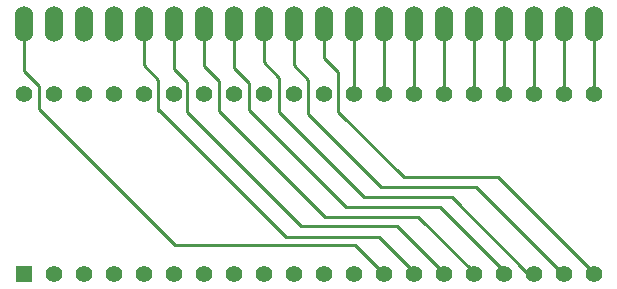
<source format=gtl>
G04 (created by PCBNEW (2013-07-07 BZR 4022)-stable) date 2/28/2015 2:35:59 PM*
%MOIN*%
G04 Gerber Fmt 3.4, Leading zero omitted, Abs format*
%FSLAX34Y34*%
G01*
G70*
G90*
G04 APERTURE LIST*
%ADD10C,0.00590551*%
%ADD11O,0.06X0.12*%
%ADD12R,0.055X0.055*%
%ADD13C,0.055*%
%ADD14C,0.01*%
G04 APERTURE END LIST*
G54D10*
G54D11*
X44834Y-38090D03*
X45834Y-38090D03*
X46834Y-38090D03*
X47834Y-38090D03*
X48834Y-38090D03*
X49834Y-38090D03*
X50834Y-38090D03*
X51834Y-38090D03*
X52834Y-38090D03*
X53834Y-38090D03*
X54834Y-38090D03*
X55834Y-38090D03*
X56834Y-38090D03*
X57834Y-38090D03*
X58834Y-38090D03*
X59834Y-38090D03*
X60834Y-38090D03*
X61834Y-38090D03*
X62834Y-38090D03*
X63834Y-38090D03*
G54D12*
X44834Y-46410D03*
G54D13*
X45834Y-46410D03*
X46834Y-46410D03*
X47834Y-46410D03*
X48834Y-46410D03*
X49834Y-46410D03*
X50834Y-46410D03*
X51834Y-46410D03*
X52834Y-46410D03*
X53834Y-46410D03*
X54834Y-46410D03*
X55834Y-46410D03*
X56834Y-46410D03*
X57834Y-46410D03*
X58834Y-46410D03*
X59834Y-46410D03*
X60834Y-46410D03*
X61834Y-46410D03*
X62834Y-46410D03*
X63834Y-46410D03*
X63834Y-40410D03*
X62834Y-40410D03*
X61834Y-40410D03*
X60834Y-40410D03*
X59834Y-40410D03*
X58834Y-40410D03*
X57834Y-40410D03*
X56834Y-40410D03*
X55834Y-40410D03*
X54834Y-40410D03*
X53834Y-40410D03*
X52834Y-40410D03*
X51834Y-40410D03*
X50834Y-40410D03*
X49834Y-40410D03*
X48834Y-40410D03*
X47834Y-40410D03*
X46834Y-40410D03*
X45834Y-40410D03*
X44834Y-40410D03*
G54D14*
X56834Y-38090D02*
X56834Y-40410D01*
X62834Y-38090D02*
X62834Y-40410D01*
X61834Y-38090D02*
X61834Y-40410D01*
X60834Y-38090D02*
X60834Y-40410D01*
X59834Y-38090D02*
X59834Y-40410D01*
X58834Y-38090D02*
X58834Y-40410D01*
X57834Y-38090D02*
X57834Y-40410D01*
X63834Y-38090D02*
X63834Y-40410D01*
X55834Y-38090D02*
X55834Y-40410D01*
X63834Y-46410D02*
X63834Y-46389D01*
X54834Y-39204D02*
X55322Y-39692D01*
X55322Y-39692D02*
X55322Y-41012D01*
X54834Y-39204D02*
X54834Y-38090D01*
X57495Y-43185D02*
X55322Y-41012D01*
X60630Y-43185D02*
X57495Y-43185D01*
X63834Y-46389D02*
X60630Y-43185D01*
X62834Y-46410D02*
X62820Y-46410D01*
X53834Y-39458D02*
X54310Y-39934D01*
X54310Y-39934D02*
X54310Y-41078D01*
X53834Y-39458D02*
X53834Y-38090D01*
X56747Y-43515D02*
X54310Y-41078D01*
X59925Y-43515D02*
X56747Y-43515D01*
X62820Y-46410D02*
X59925Y-43515D01*
X57834Y-46410D02*
X57834Y-46340D01*
X53562Y-45170D02*
X49316Y-40924D01*
X56664Y-45170D02*
X53562Y-45170D01*
X57834Y-46340D02*
X56664Y-45170D01*
X48834Y-38090D02*
X48834Y-39452D01*
X49316Y-39934D02*
X49316Y-40924D01*
X49316Y-40924D02*
X49316Y-40968D01*
X48834Y-39452D02*
X49316Y-39934D01*
X60834Y-46410D02*
X60834Y-46329D01*
X51834Y-39548D02*
X52330Y-40044D01*
X52330Y-40044D02*
X52330Y-40946D01*
X51834Y-39548D02*
X51834Y-38090D01*
X55574Y-44190D02*
X52330Y-40946D01*
X58695Y-44190D02*
X55574Y-44190D01*
X60834Y-46329D02*
X58695Y-44190D01*
X59834Y-46410D02*
X59834Y-46364D01*
X50834Y-39472D02*
X51340Y-39978D01*
X51340Y-39978D02*
X51340Y-40968D01*
X50834Y-39472D02*
X50834Y-38090D01*
X54877Y-44505D02*
X51340Y-40968D01*
X57975Y-44505D02*
X54877Y-44505D01*
X59834Y-46364D02*
X57975Y-44505D01*
X58834Y-46410D02*
X58834Y-46372D01*
X49834Y-39572D02*
X50284Y-40022D01*
X50284Y-40022D02*
X50284Y-41012D01*
X49834Y-39572D02*
X49834Y-38090D01*
X54090Y-44818D02*
X50284Y-41012D01*
X57280Y-44818D02*
X54090Y-44818D01*
X58834Y-46372D02*
X57280Y-44818D01*
X61834Y-46410D02*
X61650Y-46410D01*
X52834Y-39360D02*
X53342Y-39868D01*
X53342Y-39868D02*
X53342Y-41012D01*
X52834Y-39360D02*
X52834Y-38090D01*
X56190Y-43860D02*
X53342Y-41012D01*
X59100Y-43860D02*
X56190Y-43860D01*
X61650Y-46410D02*
X59100Y-43860D01*
X44834Y-38090D02*
X44834Y-39632D01*
X55880Y-45456D02*
X56834Y-46410D01*
X49866Y-45456D02*
X55880Y-45456D01*
X45334Y-40924D02*
X49866Y-45456D01*
X45334Y-40132D02*
X45334Y-40924D01*
X44834Y-39632D02*
X45334Y-40132D01*
M02*

</source>
